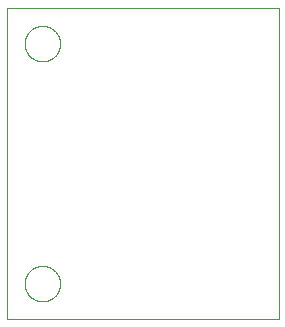
<source format=gbr>
G04 EAGLE Gerber RS-274X export*
G75*
%MOMM*%
%FSLAX34Y34*%
%LPD*%
%IN*%
%IPPOS*%
%AMOC8*
5,1,8,0,0,1.08239X$1,22.5*%
G01*
%ADD10C,0.025400*%
%ADD11C,0.000000*%


D10*
X0Y0D02*
X230000Y0D01*
X230000Y263200D01*
X0Y263200D01*
X0Y0D01*
D11*
X15000Y30000D02*
X15005Y30368D01*
X15018Y30736D01*
X15041Y31103D01*
X15072Y31470D01*
X15113Y31836D01*
X15162Y32201D01*
X15221Y32564D01*
X15288Y32926D01*
X15364Y33287D01*
X15450Y33645D01*
X15543Y34001D01*
X15646Y34354D01*
X15757Y34705D01*
X15877Y35053D01*
X16005Y35398D01*
X16142Y35740D01*
X16287Y36079D01*
X16440Y36413D01*
X16602Y36744D01*
X16771Y37071D01*
X16949Y37393D01*
X17134Y37712D01*
X17327Y38025D01*
X17528Y38334D01*
X17736Y38637D01*
X17952Y38935D01*
X18175Y39228D01*
X18405Y39516D01*
X18642Y39798D01*
X18886Y40073D01*
X19136Y40343D01*
X19393Y40607D01*
X19657Y40864D01*
X19927Y41114D01*
X20202Y41358D01*
X20484Y41595D01*
X20772Y41825D01*
X21065Y42048D01*
X21363Y42264D01*
X21666Y42472D01*
X21975Y42673D01*
X22288Y42866D01*
X22607Y43051D01*
X22929Y43229D01*
X23256Y43398D01*
X23587Y43560D01*
X23921Y43713D01*
X24260Y43858D01*
X24602Y43995D01*
X24947Y44123D01*
X25295Y44243D01*
X25646Y44354D01*
X25999Y44457D01*
X26355Y44550D01*
X26713Y44636D01*
X27074Y44712D01*
X27436Y44779D01*
X27799Y44838D01*
X28164Y44887D01*
X28530Y44928D01*
X28897Y44959D01*
X29264Y44982D01*
X29632Y44995D01*
X30000Y45000D01*
X30368Y44995D01*
X30736Y44982D01*
X31103Y44959D01*
X31470Y44928D01*
X31836Y44887D01*
X32201Y44838D01*
X32564Y44779D01*
X32926Y44712D01*
X33287Y44636D01*
X33645Y44550D01*
X34001Y44457D01*
X34354Y44354D01*
X34705Y44243D01*
X35053Y44123D01*
X35398Y43995D01*
X35740Y43858D01*
X36079Y43713D01*
X36413Y43560D01*
X36744Y43398D01*
X37071Y43229D01*
X37393Y43051D01*
X37712Y42866D01*
X38025Y42673D01*
X38334Y42472D01*
X38637Y42264D01*
X38935Y42048D01*
X39228Y41825D01*
X39516Y41595D01*
X39798Y41358D01*
X40073Y41114D01*
X40343Y40864D01*
X40607Y40607D01*
X40864Y40343D01*
X41114Y40073D01*
X41358Y39798D01*
X41595Y39516D01*
X41825Y39228D01*
X42048Y38935D01*
X42264Y38637D01*
X42472Y38334D01*
X42673Y38025D01*
X42866Y37712D01*
X43051Y37393D01*
X43229Y37071D01*
X43398Y36744D01*
X43560Y36413D01*
X43713Y36079D01*
X43858Y35740D01*
X43995Y35398D01*
X44123Y35053D01*
X44243Y34705D01*
X44354Y34354D01*
X44457Y34001D01*
X44550Y33645D01*
X44636Y33287D01*
X44712Y32926D01*
X44779Y32564D01*
X44838Y32201D01*
X44887Y31836D01*
X44928Y31470D01*
X44959Y31103D01*
X44982Y30736D01*
X44995Y30368D01*
X45000Y30000D01*
X44995Y29632D01*
X44982Y29264D01*
X44959Y28897D01*
X44928Y28530D01*
X44887Y28164D01*
X44838Y27799D01*
X44779Y27436D01*
X44712Y27074D01*
X44636Y26713D01*
X44550Y26355D01*
X44457Y25999D01*
X44354Y25646D01*
X44243Y25295D01*
X44123Y24947D01*
X43995Y24602D01*
X43858Y24260D01*
X43713Y23921D01*
X43560Y23587D01*
X43398Y23256D01*
X43229Y22929D01*
X43051Y22607D01*
X42866Y22288D01*
X42673Y21975D01*
X42472Y21666D01*
X42264Y21363D01*
X42048Y21065D01*
X41825Y20772D01*
X41595Y20484D01*
X41358Y20202D01*
X41114Y19927D01*
X40864Y19657D01*
X40607Y19393D01*
X40343Y19136D01*
X40073Y18886D01*
X39798Y18642D01*
X39516Y18405D01*
X39228Y18175D01*
X38935Y17952D01*
X38637Y17736D01*
X38334Y17528D01*
X38025Y17327D01*
X37712Y17134D01*
X37393Y16949D01*
X37071Y16771D01*
X36744Y16602D01*
X36413Y16440D01*
X36079Y16287D01*
X35740Y16142D01*
X35398Y16005D01*
X35053Y15877D01*
X34705Y15757D01*
X34354Y15646D01*
X34001Y15543D01*
X33645Y15450D01*
X33287Y15364D01*
X32926Y15288D01*
X32564Y15221D01*
X32201Y15162D01*
X31836Y15113D01*
X31470Y15072D01*
X31103Y15041D01*
X30736Y15018D01*
X30368Y15005D01*
X30000Y15000D01*
X29632Y15005D01*
X29264Y15018D01*
X28897Y15041D01*
X28530Y15072D01*
X28164Y15113D01*
X27799Y15162D01*
X27436Y15221D01*
X27074Y15288D01*
X26713Y15364D01*
X26355Y15450D01*
X25999Y15543D01*
X25646Y15646D01*
X25295Y15757D01*
X24947Y15877D01*
X24602Y16005D01*
X24260Y16142D01*
X23921Y16287D01*
X23587Y16440D01*
X23256Y16602D01*
X22929Y16771D01*
X22607Y16949D01*
X22288Y17134D01*
X21975Y17327D01*
X21666Y17528D01*
X21363Y17736D01*
X21065Y17952D01*
X20772Y18175D01*
X20484Y18405D01*
X20202Y18642D01*
X19927Y18886D01*
X19657Y19136D01*
X19393Y19393D01*
X19136Y19657D01*
X18886Y19927D01*
X18642Y20202D01*
X18405Y20484D01*
X18175Y20772D01*
X17952Y21065D01*
X17736Y21363D01*
X17528Y21666D01*
X17327Y21975D01*
X17134Y22288D01*
X16949Y22607D01*
X16771Y22929D01*
X16602Y23256D01*
X16440Y23587D01*
X16287Y23921D01*
X16142Y24260D01*
X16005Y24602D01*
X15877Y24947D01*
X15757Y25295D01*
X15646Y25646D01*
X15543Y25999D01*
X15450Y26355D01*
X15364Y26713D01*
X15288Y27074D01*
X15221Y27436D01*
X15162Y27799D01*
X15113Y28164D01*
X15072Y28530D01*
X15041Y28897D01*
X15018Y29264D01*
X15005Y29632D01*
X15000Y30000D01*
X15000Y233200D02*
X15005Y233568D01*
X15018Y233936D01*
X15041Y234303D01*
X15072Y234670D01*
X15113Y235036D01*
X15162Y235401D01*
X15221Y235764D01*
X15288Y236126D01*
X15364Y236487D01*
X15450Y236845D01*
X15543Y237201D01*
X15646Y237554D01*
X15757Y237905D01*
X15877Y238253D01*
X16005Y238598D01*
X16142Y238940D01*
X16287Y239279D01*
X16440Y239613D01*
X16602Y239944D01*
X16771Y240271D01*
X16949Y240593D01*
X17134Y240912D01*
X17327Y241225D01*
X17528Y241534D01*
X17736Y241837D01*
X17952Y242135D01*
X18175Y242428D01*
X18405Y242716D01*
X18642Y242998D01*
X18886Y243273D01*
X19136Y243543D01*
X19393Y243807D01*
X19657Y244064D01*
X19927Y244314D01*
X20202Y244558D01*
X20484Y244795D01*
X20772Y245025D01*
X21065Y245248D01*
X21363Y245464D01*
X21666Y245672D01*
X21975Y245873D01*
X22288Y246066D01*
X22607Y246251D01*
X22929Y246429D01*
X23256Y246598D01*
X23587Y246760D01*
X23921Y246913D01*
X24260Y247058D01*
X24602Y247195D01*
X24947Y247323D01*
X25295Y247443D01*
X25646Y247554D01*
X25999Y247657D01*
X26355Y247750D01*
X26713Y247836D01*
X27074Y247912D01*
X27436Y247979D01*
X27799Y248038D01*
X28164Y248087D01*
X28530Y248128D01*
X28897Y248159D01*
X29264Y248182D01*
X29632Y248195D01*
X30000Y248200D01*
X30368Y248195D01*
X30736Y248182D01*
X31103Y248159D01*
X31470Y248128D01*
X31836Y248087D01*
X32201Y248038D01*
X32564Y247979D01*
X32926Y247912D01*
X33287Y247836D01*
X33645Y247750D01*
X34001Y247657D01*
X34354Y247554D01*
X34705Y247443D01*
X35053Y247323D01*
X35398Y247195D01*
X35740Y247058D01*
X36079Y246913D01*
X36413Y246760D01*
X36744Y246598D01*
X37071Y246429D01*
X37393Y246251D01*
X37712Y246066D01*
X38025Y245873D01*
X38334Y245672D01*
X38637Y245464D01*
X38935Y245248D01*
X39228Y245025D01*
X39516Y244795D01*
X39798Y244558D01*
X40073Y244314D01*
X40343Y244064D01*
X40607Y243807D01*
X40864Y243543D01*
X41114Y243273D01*
X41358Y242998D01*
X41595Y242716D01*
X41825Y242428D01*
X42048Y242135D01*
X42264Y241837D01*
X42472Y241534D01*
X42673Y241225D01*
X42866Y240912D01*
X43051Y240593D01*
X43229Y240271D01*
X43398Y239944D01*
X43560Y239613D01*
X43713Y239279D01*
X43858Y238940D01*
X43995Y238598D01*
X44123Y238253D01*
X44243Y237905D01*
X44354Y237554D01*
X44457Y237201D01*
X44550Y236845D01*
X44636Y236487D01*
X44712Y236126D01*
X44779Y235764D01*
X44838Y235401D01*
X44887Y235036D01*
X44928Y234670D01*
X44959Y234303D01*
X44982Y233936D01*
X44995Y233568D01*
X45000Y233200D01*
X44995Y232832D01*
X44982Y232464D01*
X44959Y232097D01*
X44928Y231730D01*
X44887Y231364D01*
X44838Y230999D01*
X44779Y230636D01*
X44712Y230274D01*
X44636Y229913D01*
X44550Y229555D01*
X44457Y229199D01*
X44354Y228846D01*
X44243Y228495D01*
X44123Y228147D01*
X43995Y227802D01*
X43858Y227460D01*
X43713Y227121D01*
X43560Y226787D01*
X43398Y226456D01*
X43229Y226129D01*
X43051Y225807D01*
X42866Y225488D01*
X42673Y225175D01*
X42472Y224866D01*
X42264Y224563D01*
X42048Y224265D01*
X41825Y223972D01*
X41595Y223684D01*
X41358Y223402D01*
X41114Y223127D01*
X40864Y222857D01*
X40607Y222593D01*
X40343Y222336D01*
X40073Y222086D01*
X39798Y221842D01*
X39516Y221605D01*
X39228Y221375D01*
X38935Y221152D01*
X38637Y220936D01*
X38334Y220728D01*
X38025Y220527D01*
X37712Y220334D01*
X37393Y220149D01*
X37071Y219971D01*
X36744Y219802D01*
X36413Y219640D01*
X36079Y219487D01*
X35740Y219342D01*
X35398Y219205D01*
X35053Y219077D01*
X34705Y218957D01*
X34354Y218846D01*
X34001Y218743D01*
X33645Y218650D01*
X33287Y218564D01*
X32926Y218488D01*
X32564Y218421D01*
X32201Y218362D01*
X31836Y218313D01*
X31470Y218272D01*
X31103Y218241D01*
X30736Y218218D01*
X30368Y218205D01*
X30000Y218200D01*
X29632Y218205D01*
X29264Y218218D01*
X28897Y218241D01*
X28530Y218272D01*
X28164Y218313D01*
X27799Y218362D01*
X27436Y218421D01*
X27074Y218488D01*
X26713Y218564D01*
X26355Y218650D01*
X25999Y218743D01*
X25646Y218846D01*
X25295Y218957D01*
X24947Y219077D01*
X24602Y219205D01*
X24260Y219342D01*
X23921Y219487D01*
X23587Y219640D01*
X23256Y219802D01*
X22929Y219971D01*
X22607Y220149D01*
X22288Y220334D01*
X21975Y220527D01*
X21666Y220728D01*
X21363Y220936D01*
X21065Y221152D01*
X20772Y221375D01*
X20484Y221605D01*
X20202Y221842D01*
X19927Y222086D01*
X19657Y222336D01*
X19393Y222593D01*
X19136Y222857D01*
X18886Y223127D01*
X18642Y223402D01*
X18405Y223684D01*
X18175Y223972D01*
X17952Y224265D01*
X17736Y224563D01*
X17528Y224866D01*
X17327Y225175D01*
X17134Y225488D01*
X16949Y225807D01*
X16771Y226129D01*
X16602Y226456D01*
X16440Y226787D01*
X16287Y227121D01*
X16142Y227460D01*
X16005Y227802D01*
X15877Y228147D01*
X15757Y228495D01*
X15646Y228846D01*
X15543Y229199D01*
X15450Y229555D01*
X15364Y229913D01*
X15288Y230274D01*
X15221Y230636D01*
X15162Y230999D01*
X15113Y231364D01*
X15072Y231730D01*
X15041Y232097D01*
X15018Y232464D01*
X15005Y232832D01*
X15000Y233200D01*
M02*

</source>
